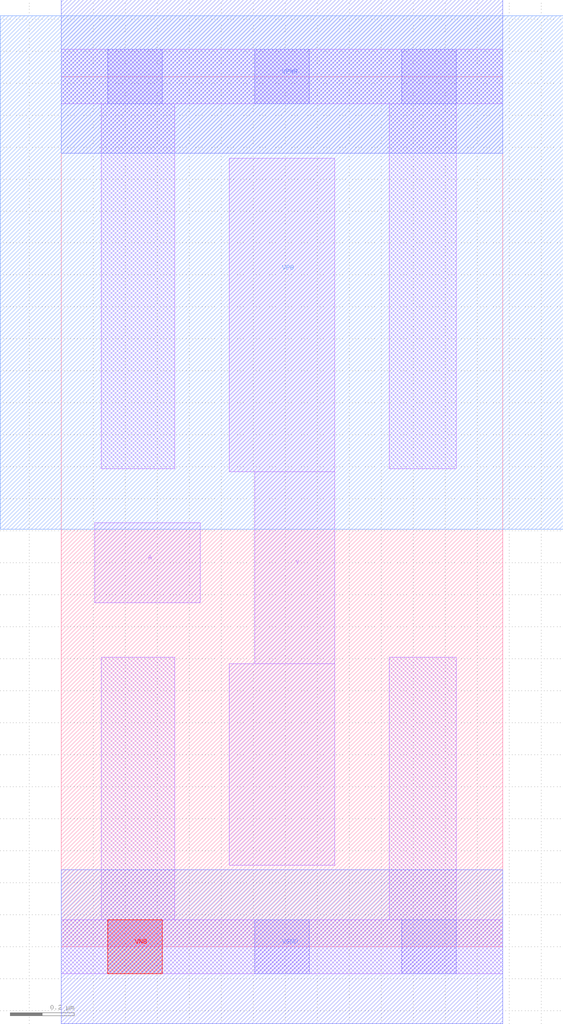
<source format=lef>
# Copyright 2020 The SkyWater PDK Authors
#
# Licensed under the Apache License, Version 2.0 (the "License");
# you may not use this file except in compliance with the License.
# You may obtain a copy of the License at
#
#     https://www.apache.org/licenses/LICENSE-2.0
#
# Unless required by applicable law or agreed to in writing, software
# distributed under the License is distributed on an "AS IS" BASIS,
# WITHOUT WARRANTIES OR CONDITIONS OF ANY KIND, either express or implied.
# See the License for the specific language governing permissions and
# limitations under the License.
#
# SPDX-License-Identifier: Apache-2.0

VERSION 5.7 ;
  NOWIREEXTENSIONATPIN ON ;
  DIVIDERCHAR "/" ;
  BUSBITCHARS "[]" ;
MACRO sky130_fd_sc_hd__inv_2
  CLASS CORE ;
  FOREIGN sky130_fd_sc_hd__inv_2 ;
  ORIGIN  0.000000  0.000000 ;
  SIZE  1.380000 BY  2.720000 ;
  SYMMETRY X Y R90 ;
  SITE unithd ;
  PIN A
    ANTENNAGATEAREA  0.495000 ;
    DIRECTION INPUT ;
    USE SIGNAL ;
    PORT
      LAYER li1 ;
        RECT 0.105000 1.075000 0.435000 1.325000 ;
    END
  END A
  PIN VNB
    PORT
      LAYER pwell ;
        RECT 0.145000 -0.085000 0.315000 0.085000 ;
    END
  END VNB
  PIN VPB
    PORT
      LAYER nwell ;
        RECT -0.190000 1.305000 1.570000 2.910000 ;
    END
  END VPB
  PIN Y
    ANTENNADIFFAREA  0.445500 ;
    DIRECTION OUTPUT ;
    USE SIGNAL ;
    PORT
      LAYER li1 ;
        RECT 0.525000 0.255000 0.855000 0.885000 ;
        RECT 0.525000 1.485000 0.855000 2.465000 ;
        RECT 0.605000 0.885000 0.855000 1.485000 ;
    END
  END Y
  PIN VGND
    DIRECTION INOUT ;
    SHAPE ABUTMENT ;
    USE GROUND ;
    PORT
      LAYER met1 ;
        RECT 0.000000 -0.240000 1.380000 0.240000 ;
    END
  END VGND
  PIN VPWR
    DIRECTION INOUT ;
    SHAPE ABUTMENT ;
    USE POWER ;
    PORT
      LAYER met1 ;
        RECT 0.000000 2.480000 1.380000 2.960000 ;
    END
  END VPWR
  OBS
    LAYER li1 ;
      RECT 0.000000 -0.085000 1.380000 0.085000 ;
      RECT 0.000000  2.635000 1.380000 2.805000 ;
      RECT 0.125000  0.085000 0.355000 0.905000 ;
      RECT 0.125000  1.495000 0.355000 2.635000 ;
      RECT 1.025000  0.085000 1.235000 0.905000 ;
      RECT 1.025000  1.495000 1.235000 2.635000 ;
    LAYER mcon ;
      RECT 0.145000 -0.085000 0.315000 0.085000 ;
      RECT 0.145000  2.635000 0.315000 2.805000 ;
      RECT 0.605000 -0.085000 0.775000 0.085000 ;
      RECT 0.605000  2.635000 0.775000 2.805000 ;
      RECT 1.065000 -0.085000 1.235000 0.085000 ;
      RECT 1.065000  2.635000 1.235000 2.805000 ;
  END
END sky130_fd_sc_hd__inv_2
END LIBRARY

</source>
